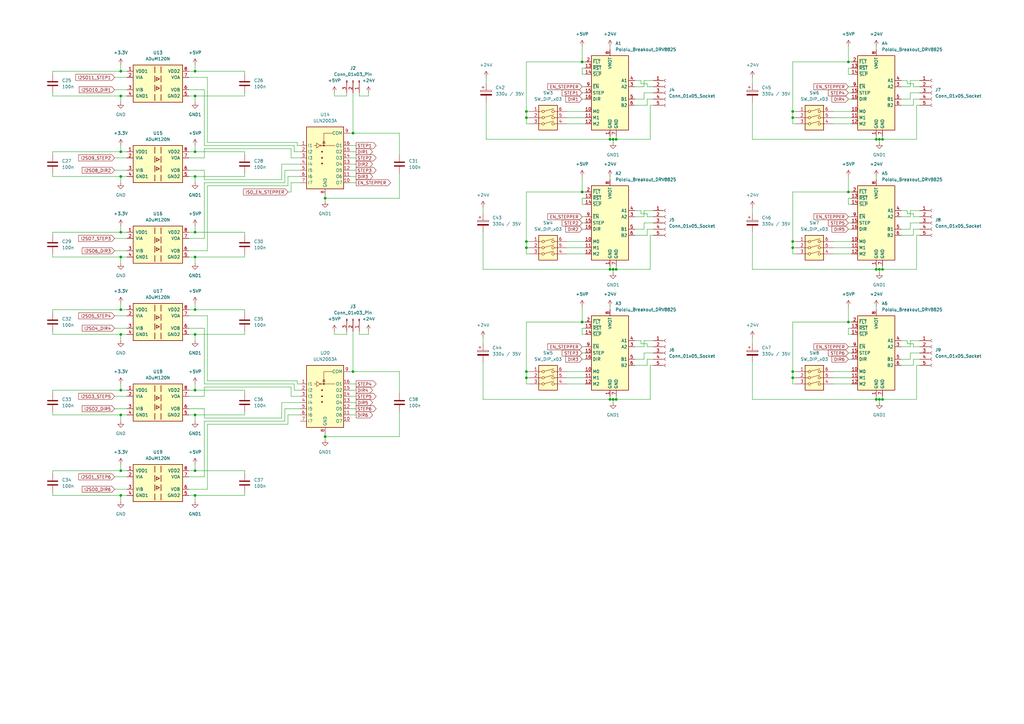
<source format=kicad_sch>
(kicad_sch (version 20230121) (generator eeschema)
  (paper "A3")
  (junction (at 144.78 54.61))
  (junction (at 215.9 154.94))
  (junction (at 80.01 29.21))
  (junction (at 238.76 78.74))
  (junction (at 250.19 110.49))
  (junction (at 238.76 132.08))
  (junction (at 250.19 57.15))
  (junction (at 360.68 110.49))
  (junction (at 49.53 137.16))
  (junction (at 49.53 72.39))
  (junction (at 49.53 193.04))
  (junction (at 80.01 39.37))
  (junction (at 250.19 163.83))
  (junction (at 49.53 105.41))
  (junction (at 144.78 152.4))
  (junction (at 49.53 95.25))
  (junction (at 359.41 163.83))
  (junction (at 49.53 39.37))
  (junction (at 49.53 62.23))
  (junction (at 347.98 78.74))
  (junction (at 252.73 57.15))
  (junction (at 80.01 62.23))
  (junction (at 347.98 25.4))
  (junction (at 80.01 137.16))
  (junction (at 360.68 57.15))
  (junction (at 252.73 163.83))
  (junction (at 80.01 95.25))
  (junction (at 325.12 48.26))
  (junction (at 361.95 163.83))
  (junction (at 215.9 152.4))
  (junction (at 252.73 110.49))
  (junction (at 80.01 72.39))
  (junction (at 360.68 163.83))
  (junction (at 80.01 170.18))
  (junction (at 361.95 110.49))
  (junction (at 238.76 25.4))
  (junction (at 325.12 101.6))
  (junction (at 80.01 105.41))
  (junction (at 49.53 29.21))
  (junction (at 49.53 160.02))
  (junction (at 325.12 154.94))
  (junction (at 359.41 110.49))
  (junction (at 251.46 163.83))
  (junction (at 251.46 110.49))
  (junction (at 133.35 179.07))
  (junction (at 80.01 127))
  (junction (at 325.12 45.72))
  (junction (at 49.53 127))
  (junction (at 215.9 48.26))
  (junction (at 80.01 193.04))
  (junction (at 215.9 101.6))
  (junction (at 133.35 81.28))
  (junction (at 49.53 203.2))
  (junction (at 49.53 170.18))
  (junction (at 215.9 99.06))
  (junction (at 325.12 152.4))
  (junction (at 215.9 45.72))
  (junction (at 251.46 57.15))
  (junction (at 359.41 57.15))
  (junction (at 347.98 132.08))
  (junction (at 80.01 203.2))
  (junction (at 80.01 160.02))
  (junction (at 361.95 57.15))
  (junction (at 325.12 99.06))
  (wire (pts (xy 240.03 30.48) (xy 238.76 30.48)))
  (wire (pts (xy 325.12 48.26) (xy 325.12 45.72)))
  (wire (pts (xy 375.92 110.49) (xy 361.95 110.49)))
  (wire (pts (xy 373.38 35.56) (xy 373.38 33.02)))
  (wire (pts (xy 267.97 147.32) (xy 265.43 147.32)))
  (wire (pts (xy 83.82 36.83) (xy 83.82 59.69)))
  (wire (pts (xy 80.01 203.2) (xy 100.33 203.2)))
  (wire (pts (xy 325.12 99.06) (xy 326.39 99.06)))
  (wire (pts (xy 325.12 104.14) (xy 325.12 101.6)))
  (wire (pts (xy 250.19 109.22) (xy 250.19 110.49)))
  (wire (pts (xy 361.95 162.56) (xy 361.95 163.83)))
  (wire (pts (xy 100.33 71.12) (xy 100.33 72.39)))
  (wire (pts (xy 80.01 95.25) (xy 100.33 95.25)))
  (wire (pts (xy 341.63 45.72) (xy 349.25 45.72)))
  (wire (pts (xy 144.78 38.1) (xy 144.78 54.61)))
  (wire (pts (xy 80.01 95.25) (xy 77.47 95.25)))
  (wire (pts (xy 163.83 54.61) (xy 144.78 54.61)))
  (wire (pts (xy 373.38 38.1) (xy 377.19 38.1)))
  (wire (pts (xy 143.51 170.18) (xy 146.05 170.18)))
  (wire (pts (xy 80.01 203.2) (xy 80.01 205.74)))
  (wire (pts (xy 100.33 194.31) (xy 100.33 193.04)))
  (wire (pts (xy 52.07 29.21) (xy 49.53 29.21)))
  (wire (pts (xy 238.76 35.56) (xy 240.03 35.56)))
  (wire (pts (xy 308.61 110.49) (xy 359.41 110.49)))
  (wire (pts (xy 326.39 157.48) (xy 325.12 157.48)))
  (wire (pts (xy 52.07 62.23) (xy 49.53 62.23)))
  (wire (pts (xy 49.53 203.2) (xy 52.07 203.2)))
  (wire (pts (xy 349.25 78.74) (xy 347.98 78.74)))
  (wire (pts (xy 151.13 39.37) (xy 151.13 38.1)))
  (wire (pts (xy 21.59 62.23) (xy 49.53 62.23)))
  (wire (pts (xy 372.11 87.63) (xy 374.65 87.63)))
  (wire (pts (xy 143.51 160.02) (xy 146.05 160.02)))
  (wire (pts (xy 341.63 50.8) (xy 349.25 50.8)))
  (wire (pts (xy 121.92 157.48) (xy 123.19 157.48)))
  (wire (pts (xy 238.76 91.44) (xy 240.03 91.44)))
  (wire (pts (xy 49.53 160.02) (xy 49.53 157.48)))
  (wire (pts (xy 375.92 163.83) (xy 361.95 163.83)))
  (wire (pts (xy 217.17 50.8) (xy 215.9 50.8)))
  (wire (pts (xy 347.98 83.82) (xy 347.98 81.28)))
  (wire (pts (xy 265.43 93.98) (xy 265.43 96.52)))
  (wire (pts (xy 77.47 105.41) (xy 80.01 105.41)))
  (wire (pts (xy 369.57 149.86) (xy 374.65 149.86)))
  (wire (pts (xy 137.16 39.37) (xy 137.16 38.1)))
  (wire (pts (xy 215.9 25.4) (xy 238.76 25.4)))
  (wire (pts (xy 80.01 59.69) (xy 80.01 62.23)))
  (wire (pts (xy 369.57 88.9) (xy 373.38 88.9)))
  (wire (pts (xy 77.47 203.2) (xy 80.01 203.2)))
  (wire (pts (xy 266.7 43.18) (xy 266.7 57.15)))
  (wire (pts (xy 100.33 168.91) (xy 100.33 170.18)))
  (wire (pts (xy 52.07 193.04) (xy 49.53 193.04)))
  (wire (pts (xy 137.16 137.16) (xy 137.16 135.89)))
  (wire (pts (xy 143.51 59.69) (xy 146.05 59.69)))
  (wire (pts (xy 119.38 74.93) (xy 123.19 74.93)))
  (wire (pts (xy 142.24 39.37) (xy 137.16 39.37)))
  (wire (pts (xy 215.9 132.08) (xy 238.76 132.08)))
  (wire (pts (xy 49.53 39.37) (xy 52.07 39.37)))
  (wire (pts (xy 215.9 48.26) (xy 215.9 45.72)))
  (wire (pts (xy 266.7 110.49) (xy 252.73 110.49)))
  (wire (pts (xy 360.68 110.49) (xy 360.68 111.76)))
  (wire (pts (xy 377.19 93.98) (xy 374.65 93.98)))
  (wire (pts (xy 349.25 137.16) (xy 347.98 137.16)))
  (wire (pts (xy 80.01 62.23) (xy 77.47 62.23)))
  (wire (pts (xy 341.63 154.94) (xy 349.25 154.94)))
  (wire (pts (xy 21.59 137.16) (xy 49.53 137.16)))
  (wire (pts (xy 77.47 200.66) (xy 85.09 200.66)))
  (wire (pts (xy 21.59 63.5) (xy 21.59 62.23)))
  (wire (pts (xy 347.98 147.32) (xy 349.25 147.32)))
  (wire (pts (xy 260.35 86.36) (xy 262.89 86.36)))
  (wire (pts (xy 143.51 74.93) (xy 146.05 74.93)))
  (wire (pts (xy 217.17 104.14) (xy 215.9 104.14)))
  (wire (pts (xy 147.32 39.37) (xy 151.13 39.37)))
  (wire (pts (xy 267.97 40.64) (xy 265.43 40.64)))
  (wire (pts (xy 215.9 45.72) (xy 215.9 25.4)))
  (wire (pts (xy 347.98 81.28) (xy 349.25 81.28)))
  (wire (pts (xy 251.46 57.15) (xy 252.73 57.15)))
  (wire (pts (xy 359.41 163.83) (xy 360.68 163.83)))
  (wire (pts (xy 250.19 110.49) (xy 251.46 110.49)))
  (wire (pts (xy 372.11 34.29) (xy 374.65 34.29)))
  (wire (pts (xy 21.59 127) (xy 49.53 127)))
  (wire (pts (xy 238.76 19.05) (xy 238.76 25.4)))
  (wire (pts (xy 374.65 93.98) (xy 374.65 96.52)))
  (wire (pts (xy 49.53 105.41) (xy 52.07 105.41)))
  (wire (pts (xy 147.32 137.16) (xy 151.13 137.16)))
  (wire (pts (xy 341.63 152.4) (xy 349.25 152.4)))
  (wire (pts (xy 369.57 96.52) (xy 374.65 96.52)))
  (wire (pts (xy 46.99 129.54) (xy 52.07 129.54)))
  (wire (pts (xy 52.07 160.02) (xy 49.53 160.02)))
  (wire (pts (xy 238.76 81.28) (xy 240.03 81.28)))
  (wire (pts (xy 325.12 25.4) (xy 347.98 25.4)))
  (wire (pts (xy 266.7 96.52) (xy 266.7 110.49)))
  (wire (pts (xy 360.68 163.83) (xy 360.68 165.1)))
  (wire (pts (xy 77.47 36.83) (xy 83.82 36.83)))
  (wire (pts (xy 238.76 93.98) (xy 240.03 93.98)))
  (wire (pts (xy 85.09 58.42) (xy 121.92 58.42)))
  (wire (pts (xy 251.46 110.49) (xy 251.46 111.76)))
  (wire (pts (xy 115.57 171.45) (xy 115.57 165.1)))
  (wire (pts (xy 85.09 156.21) (xy 121.92 156.21)))
  (wire (pts (xy 163.83 168.91) (xy 163.83 179.07)))
  (wire (pts (xy 119.38 162.56) (xy 123.19 162.56)))
  (wire (pts (xy 163.83 161.29) (xy 163.83 152.4)))
  (wire (pts (xy 77.47 137.16) (xy 80.01 137.16)))
  (wire (pts (xy 265.43 40.64) (xy 265.43 43.18)))
  (wire (pts (xy 325.12 157.48) (xy 325.12 154.94)))
  (wire (pts (xy 49.53 72.39) (xy 49.53 74.93)))
  (wire (pts (xy 100.33 104.14) (xy 100.33 105.41)))
  (wire (pts (xy 80.01 105.41) (xy 80.01 107.95)))
  (wire (pts (xy 21.59 30.48) (xy 21.59 29.21)))
  (wire (pts (xy 347.98 30.48) (xy 347.98 27.94)))
  (wire (pts (xy 264.16 86.36) (xy 267.97 86.36)))
  (wire (pts (xy 240.03 137.16) (xy 238.76 137.16)))
  (wire (pts (xy 120.65 59.69) (xy 120.65 62.23)))
  (wire (pts (xy 100.33 161.29) (xy 100.33 160.02)))
  (wire (pts (xy 347.98 35.56) (xy 349.25 35.56)))
  (wire (pts (xy 260.35 35.56) (xy 264.16 35.56)))
  (wire (pts (xy 119.38 158.75) (xy 119.38 162.56)))
  (wire (pts (xy 143.51 62.23) (xy 146.05 62.23)))
  (wire (pts (xy 232.41 99.06) (xy 240.03 99.06)))
  (wire (pts (xy 325.12 154.94) (xy 326.39 154.94)))
  (wire (pts (xy 373.38 33.02) (xy 377.19 33.02)))
  (wire (pts (xy 83.82 162.56) (xy 83.82 158.75)))
  (wire (pts (xy 143.51 165.1) (xy 146.05 165.1)))
  (wire (pts (xy 374.65 40.64) (xy 374.65 43.18)))
  (wire (pts (xy 77.47 170.18) (xy 80.01 170.18)))
  (wire (pts (xy 163.83 152.4) (xy 144.78 152.4)))
  (wire (pts (xy 80.01 160.02) (xy 77.47 160.02)))
  (wire (pts (xy 143.51 162.56) (xy 146.05 162.56)))
  (wire (pts (xy 49.53 137.16) (xy 49.53 139.7)))
  (wire (pts (xy 21.59 193.04) (xy 49.53 193.04)))
  (wire (pts (xy 21.59 96.52) (xy 21.59 95.25)))
  (wire (pts (xy 142.24 137.16) (xy 137.16 137.16)))
  (wire (pts (xy 115.57 73.66) (xy 115.57 67.31)))
  (wire (pts (xy 374.65 140.97) (xy 374.65 142.24)))
  (wire (pts (xy 143.51 69.85) (xy 146.05 69.85)))
  (wire (pts (xy 215.9 50.8) (xy 215.9 48.26)))
  (wire (pts (xy 21.59 160.02) (xy 49.53 160.02)))
  (wire (pts (xy 267.97 149.86) (xy 266.7 149.86)))
  (wire (pts (xy 238.76 134.62) (xy 240.03 134.62)))
  (wire (pts (xy 143.51 54.61) (xy 144.78 54.61)))
  (wire (pts (xy 265.43 147.32) (xy 265.43 149.86)))
  (wire (pts (xy 325.12 78.74) (xy 347.98 78.74)))
  (wire (pts (xy 251.46 57.15) (xy 251.46 58.42)))
  (wire (pts (xy 238.76 144.78) (xy 240.03 144.78)))
  (wire (pts (xy 369.57 35.56) (xy 373.38 35.56)))
  (wire (pts (xy 373.38 142.24) (xy 373.38 139.7)))
  (wire (pts (xy 77.47 129.54) (xy 85.09 129.54)))
  (wire (pts (xy 373.38 86.36) (xy 377.19 86.36)))
  (wire (pts (xy 264.16 139.7) (xy 267.97 139.7)))
  (wire (pts (xy 347.98 134.62) (xy 349.25 134.62)))
  (wire (pts (xy 266.7 163.83) (xy 252.73 163.83)))
  (wire (pts (xy 46.99 200.66) (xy 52.07 200.66)))
  (wire (pts (xy 369.57 33.02) (xy 372.11 33.02)))
  (wire (pts (xy 217.17 157.48) (xy 215.9 157.48)))
  (wire (pts (xy 262.89 33.02) (xy 262.89 34.29)))
  (wire (pts (xy 238.76 40.64) (xy 240.03 40.64)))
  (wire (pts (xy 238.76 30.48) (xy 238.76 27.94)))
  (wire (pts (xy 369.57 86.36) (xy 372.11 86.36)))
  (wire (pts (xy 251.46 163.83) (xy 252.73 163.83)))
  (wire (pts (xy 252.73 109.22) (xy 252.73 110.49)))
  (wire (pts (xy 21.59 168.91) (xy 21.59 170.18)))
  (wire (pts (xy 116.84 167.64) (xy 123.19 167.64)))
  (wire (pts (xy 264.16 35.56) (xy 264.16 33.02)))
  (wire (pts (xy 238.76 38.1) (xy 240.03 38.1)))
  (wire (pts (xy 83.82 59.69) (xy 120.65 59.69)))
  (wire (pts (xy 373.38 144.78) (xy 377.19 144.78)))
  (wire (pts (xy 49.53 127) (xy 49.53 124.46)))
  (wire (pts (xy 116.84 69.85) (xy 123.19 69.85)))
  (wire (pts (xy 232.41 157.48) (xy 240.03 157.48)))
  (wire (pts (xy 21.59 29.21) (xy 49.53 29.21)))
  (wire (pts (xy 21.59 203.2) (xy 49.53 203.2)))
  (wire (pts (xy 373.38 91.44) (xy 377.19 91.44)))
  (wire (pts (xy 121.92 58.42) (xy 121.92 59.69)))
  (wire (pts (xy 308.61 95.25) (xy 308.61 110.49)))
  (wire (pts (xy 341.63 99.06) (xy 349.25 99.06)))
  (wire (pts (xy 325.12 132.08) (xy 347.98 132.08)))
  (wire (pts (xy 119.38 64.77) (xy 123.19 64.77)))
  (wire (pts (xy 133.35 180.34) (xy 133.35 179.07)))
  (wire (pts (xy 46.99 134.62) (xy 52.07 134.62)))
  (wire (pts (xy 377.19 43.18) (xy 375.92 43.18)))
  (wire (pts (xy 359.41 57.15) (xy 360.68 57.15)))
  (wire (pts (xy 83.82 171.45) (xy 115.57 171.45)))
  (wire (pts (xy 361.95 55.88) (xy 361.95 57.15)))
  (wire (pts (xy 260.35 43.18) (xy 265.43 43.18)))
  (wire (pts (xy 100.33 135.89) (xy 100.33 137.16)))
  (wire (pts (xy 85.09 200.66) (xy 85.09 173.99)))
  (wire (pts (xy 325.12 152.4) (xy 325.12 132.08)))
  (wire (pts (xy 118.11 72.39) (xy 123.19 72.39)))
  (wire (pts (xy 240.03 83.82) (xy 238.76 83.82)))
  (wire (pts (xy 369.57 142.24) (xy 373.38 142.24)))
  (wire (pts (xy 143.51 167.64) (xy 146.05 167.64)))
  (wire (pts (xy 260.35 40.64) (xy 264.16 40.64)))
  (wire (pts (xy 77.47 97.79) (xy 83.82 97.79)))
  (wire (pts (xy 252.73 162.56) (xy 252.73 163.83)))
  (wire (pts (xy 83.82 158.75) (xy 119.38 158.75)))
  (wire (pts (xy 83.82 73.66) (xy 115.57 73.66)))
  (wire (pts (xy 215.9 78.74) (xy 238.76 78.74)))
  (wire (pts (xy 198.12 110.49) (xy 250.19 110.49)))
  (wire (pts (xy 46.99 36.83) (xy 52.07 36.83)))
  (wire (pts (xy 77.47 31.75) (xy 85.09 31.75)))
  (wire (pts (xy 308.61 31.75) (xy 308.61 34.29)))
  (wire (pts (xy 215.9 104.14) (xy 215.9 101.6)))
  (wire (pts (xy 83.82 97.79) (xy 83.82 74.93)))
  (wire (pts (xy 308.61 57.15) (xy 359.41 57.15)))
  (wire (pts (xy 265.43 140.97) (xy 265.43 142.24)))
  (wire (pts (xy 264.16 33.02) (xy 267.97 33.02)))
  (wire (pts (xy 359.41 125.73) (xy 359.41 127)))
  (wire (pts (xy 46.99 97.79) (xy 52.07 97.79)))
  (wire (pts (xy 215.9 45.72) (xy 217.17 45.72)))
  (wire (pts (xy 120.65 157.48) (xy 120.65 160.02)))
  (wire (pts (xy 80.01 26.67) (xy 80.01 29.21)))
  (wire (pts (xy 361.95 109.22) (xy 361.95 110.49)))
  (wire (pts (xy 199.39 41.91) (xy 199.39 57.15)))
  (wire (pts (xy 198.12 138.43) (xy 198.12 140.97)))
  (wire (pts (xy 142.24 135.89) (xy 142.24 137.16)))
  (wire (pts (xy 116.84 74.93) (xy 116.84 69.85)))
  (wire (pts (xy 265.43 87.63) (xy 265.43 88.9)))
  (wire (pts (xy 199.39 31.75) (xy 199.39 34.29)))
  (wire (pts (xy 369.57 147.32) (xy 373.38 147.32)))
  (wire (pts (xy 121.92 59.69) (xy 123.19 59.69)))
  (wire (pts (xy 83.82 134.62) (xy 83.82 157.48)))
  (wire (pts (xy 52.07 127) (xy 49.53 127)))
  (wire (pts (xy 250.19 72.39) (xy 250.19 73.66)))
  (wire (pts (xy 80.01 39.37) (xy 100.33 39.37)))
  (wire (pts (xy 119.38 60.96) (xy 119.38 64.77)))
  (wire (pts (xy 80.01 127) (xy 100.33 127)))
  (wire (pts (xy 83.82 157.48) (xy 120.65 157.48)))
  (wire (pts (xy 260.35 33.02) (xy 262.89 33.02)))
  (wire (pts (xy 21.59 161.29) (xy 21.59 160.02)))
  (wire (pts (xy 49.53 72.39) (xy 52.07 72.39)))
  (wire (pts (xy 373.38 93.98) (xy 373.38 91.44)))
  (wire (pts (xy 373.38 147.32) (xy 373.38 144.78)))
  (wire (pts (xy 100.33 96.52) (xy 100.33 95.25)))
  (wire (pts (xy 83.82 74.93) (xy 116.84 74.93)))
  (wire (pts (xy 262.89 34.29) (xy 265.43 34.29)))
  (wire (pts (xy 52.07 95.25) (xy 49.53 95.25)))
  (wire (pts (xy 238.76 27.94) (xy 240.03 27.94)))
  (wire (pts (xy 163.83 63.5) (xy 163.83 54.61)))
  (wire (pts (xy 359.41 72.39) (xy 359.41 73.66)))
  (wire (pts (xy 349.25 132.08) (xy 347.98 132.08)))
  (wire (pts (xy 21.59 170.18) (xy 49.53 170.18)))
  (wire (pts (xy 265.43 88.9) (xy 267.97 88.9)))
  (wire (pts (xy 375.92 96.52) (xy 375.92 110.49)))
  (wire (pts (xy 232.41 104.14) (xy 240.03 104.14)))
  (wire (pts (xy 325.12 152.4) (xy 326.39 152.4)))
  (wire (pts (xy 49.53 170.18) (xy 49.53 172.72)))
  (wire (pts (xy 264.16 91.44) (xy 267.97 91.44)))
  (wire (pts (xy 121.92 156.21) (xy 121.92 157.48)))
  (wire (pts (xy 325.12 48.26) (xy 326.39 48.26)))
  (wire (pts (xy 83.82 60.96) (xy 119.38 60.96)))
  (wire (pts (xy 147.32 38.1) (xy 147.32 39.37)))
  (wire (pts (xy 369.57 40.64) (xy 373.38 40.64)))
  (wire (pts (xy 80.01 72.39) (xy 100.33 72.39)))
  (wire (pts (xy 85.09 102.87) (xy 85.09 76.2)))
  (wire (pts (xy 21.59 104.14) (xy 21.59 105.41)))
  (wire (pts (xy 308.61 138.43) (xy 308.61 140.97)))
  (wire (pts (xy 341.63 101.6) (xy 349.25 101.6)))
  (wire (pts (xy 118.11 173.99) (xy 118.11 170.18)))
  (wire (pts (xy 372.11 33.02) (xy 372.11 34.29)))
  (wire (pts (xy 215.9 157.48) (xy 215.9 154.94)))
  (wire (pts (xy 80.01 170.18) (xy 80.01 172.72)))
  (wire (pts (xy 372.11 140.97) (xy 374.65 140.97)))
  (wire (pts (xy 77.47 195.58) (xy 83.82 195.58)))
  (wire (pts (xy 374.65 34.29) (xy 374.65 35.56)))
  (wire (pts (xy 265.43 35.56) (xy 267.97 35.56)))
  (wire (pts (xy 250.19 57.15) (xy 251.46 57.15)))
  (wire (pts (xy 360.68 57.15) (xy 361.95 57.15)))
  (wire (pts (xy 49.53 95.25) (xy 49.53 92.71)))
  (wire (pts (xy 374.65 88.9) (xy 377.19 88.9)))
  (wire (pts (xy 308.61 41.91) (xy 308.61 57.15)))
  (wire (pts (xy 260.35 96.52) (xy 265.43 96.52)))
  (wire (pts (xy 80.01 29.21) (xy 77.47 29.21)))
  (wire (pts (xy 143.51 64.77) (xy 146.05 64.77)))
  (wire (pts (xy 359.41 110.49) (xy 360.68 110.49)))
  (wire (pts (xy 360.68 110.49) (xy 361.95 110.49)))
  (wire (pts (xy 369.57 43.18) (xy 374.65 43.18)))
  (wire (pts (xy 142.24 38.1) (xy 142.24 39.37)))
  (wire (pts (xy 260.35 93.98) (xy 264.16 93.98)))
  (wire (pts (xy 238.76 125.73) (xy 238.76 132.08)))
  (wire (pts (xy 359.41 55.88) (xy 359.41 57.15)))
  (wire (pts (xy 80.01 72.39) (xy 80.01 74.93)))
  (wire (pts (xy 262.89 86.36) (xy 262.89 87.63)))
  (wire (pts (xy 267.97 43.18) (xy 266.7 43.18)))
  (wire (pts (xy 264.16 93.98) (xy 264.16 91.44)))
  (wire (pts (xy 118.11 170.18) (xy 123.19 170.18)))
  (wire (pts (xy 250.19 162.56) (xy 250.19 163.83)))
  (wire (pts (xy 359.41 19.05) (xy 359.41 20.32)))
  (wire (pts (xy 260.35 147.32) (xy 264.16 147.32)))
  (wire (pts (xy 100.33 38.1) (xy 100.33 39.37)))
  (wire (pts (xy 77.47 102.87) (xy 85.09 102.87)))
  (wire (pts (xy 46.99 69.85) (xy 52.07 69.85)))
  (wire (pts (xy 308.61 85.09) (xy 308.61 87.63)))
  (wire (pts (xy 83.82 167.64) (xy 83.82 171.45)))
  (wire (pts (xy 100.33 63.5) (xy 100.33 62.23)))
  (wire (pts (xy 260.35 149.86) (xy 265.43 149.86)))
  (wire (pts (xy 250.19 163.83) (xy 251.46 163.83)))
  (wire (pts (xy 377.19 96.52) (xy 375.92 96.52)))
  (wire (pts (xy 80.01 105.41) (xy 100.33 105.41)))
  (wire (pts (xy 80.01 127) (xy 77.47 127)))
  (wire (pts (xy 215.9 99.06) (xy 215.9 78.74)))
  (wire (pts (xy 325.12 154.94) (xy 325.12 152.4)))
  (wire (pts (xy 21.59 71.12) (xy 21.59 72.39)))
  (wire (pts (xy 375.92 57.15) (xy 361.95 57.15)))
  (wire (pts (xy 325.12 101.6) (xy 326.39 101.6)))
  (wire (pts (xy 85.09 76.2) (xy 118.11 76.2)))
  (wire (pts (xy 260.35 142.24) (xy 264.16 142.24)))
  (wire (pts (xy 80.01 137.16) (xy 80.01 139.7)))
  (wire (pts (xy 77.47 162.56) (xy 83.82 162.56)))
  (wire (pts (xy 377.19 40.64) (xy 374.65 40.64)))
  (wire (pts (xy 49.53 193.04) (xy 49.53 190.5)))
  (wire (pts (xy 373.38 139.7) (xy 377.19 139.7)))
  (wire (pts (xy 133.35 82.55) (xy 133.35 81.28)))
  (wire (pts (xy 80.01 160.02) (xy 100.33 160.02)))
  (wire (pts (xy 46.99 195.58) (xy 52.07 195.58)))
  (wire (pts (xy 85.09 173.99) (xy 118.11 173.99)))
  (wire (pts (xy 49.53 137.16) (xy 52.07 137.16)))
  (wire (pts (xy 377.19 147.32) (xy 374.65 147.32)))
  (wire (pts (xy 252.73 55.88) (xy 252.73 57.15)))
  (wire (pts (xy 232.41 48.26) (xy 240.03 48.26)))
  (wire (pts (xy 143.51 72.39) (xy 146.05 72.39)))
  (wire (pts (xy 250.19 55.88) (xy 250.19 57.15)))
  (wire (pts (xy 349.25 25.4) (xy 347.98 25.4)))
  (wire (pts (xy 262.89 87.63) (xy 265.43 87.63)))
  (wire (pts (xy 374.65 87.63) (xy 374.65 88.9)))
  (wire (pts (xy 215.9 101.6) (xy 215.9 99.06)))
  (wire (pts (xy 260.35 139.7) (xy 262.89 139.7)))
  (wire (pts (xy 240.03 132.08) (xy 238.76 132.08)))
  (wire (pts (xy 264.16 88.9) (xy 264.16 86.36)))
  (wire (pts (xy 118.11 78.74) (xy 119.38 78.74)))
  (wire (pts (xy 80.01 92.71) (xy 80.01 95.25)))
  (wire (pts (xy 49.53 39.37) (xy 49.53 41.91)))
  (wire (pts (xy 232.41 50.8) (xy 240.03 50.8)))
  (wire (pts (xy 215.9 154.94) (xy 217.17 154.94)))
  (wire (pts (xy 232.41 154.94) (xy 240.03 154.94)))
  (wire (pts (xy 143.51 157.48) (xy 146.05 157.48)))
  (wire (pts (xy 80.01 137.16) (xy 100.33 137.16)))
  (wire (pts (xy 49.53 29.21) (xy 49.53 26.67)))
  (wire (pts (xy 347.98 137.16) (xy 347.98 134.62)))
  (wire (pts (xy 374.65 35.56) (xy 377.19 35.56)))
  (wire (pts (xy 238.76 72.39) (xy 238.76 78.74)))
  (wire (pts (xy 264.16 38.1) (xy 267.97 38.1)))
  (wire (pts (xy 347.98 88.9) (xy 349.25 88.9)))
  (wire (pts (xy 80.01 157.48) (xy 80.01 160.02)))
  (wire (pts (xy 115.57 67.31) (xy 123.19 67.31)))
  (wire (pts (xy 325.12 45.72) (xy 325.12 25.4)))
  (wire (pts (xy 349.25 83.82) (xy 347.98 83.82)))
  (wire (pts (xy 46.99 167.64) (xy 52.07 167.64)))
  (wire (pts (xy 266.7 149.86) (xy 266.7 163.83)))
  (wire (pts (xy 21.59 128.27) (xy 21.59 127)))
  (wire (pts (xy 21.59 201.93) (xy 21.59 203.2)))
  (wire (pts (xy 163.83 71.12) (xy 163.83 81.28)))
  (wire (pts (xy 49.53 62.23) (xy 49.53 59.69)))
  (wire (pts (xy 326.39 50.8) (xy 325.12 50.8)))
  (wire (pts (xy 116.84 172.72) (xy 116.84 167.64)))
  (wire (pts (xy 347.98 93.98) (xy 349.25 93.98)))
  (wire (pts (xy 77.47 39.37) (xy 80.01 39.37)))
  (wire (pts (xy 347.98 142.24) (xy 349.25 142.24)))
  (wire (pts (xy 21.59 72.39) (xy 49.53 72.39)))
  (wire (pts (xy 77.47 167.64) (xy 83.82 167.64)))
  (wire (pts (xy 21.59 39.37) (xy 49.53 39.37)))
  (wire (pts (xy 374.65 147.32) (xy 374.65 149.86)))
  (wire (pts (xy 238.76 137.16) (xy 238.76 134.62)))
  (wire (pts (xy 163.83 179.07) (xy 133.35 179.07)))
  (wire (pts (xy 21.59 95.25) (xy 49.53 95.25)))
  (wire (pts (xy 349.25 30.48) (xy 347.98 30.48)))
  (wire (pts (xy 238.76 142.24) (xy 240.03 142.24)))
  (wire (pts (xy 21.59 194.31) (xy 21.59 193.04)))
  (wire (pts (xy 373.38 40.64) (xy 373.38 38.1)))
  (wire (pts (xy 250.19 19.05) (xy 250.19 20.32)))
  (wire (pts (xy 163.83 81.28) (xy 133.35 81.28)))
  (wire (pts (xy 308.61 163.83) (xy 359.41 163.83)))
  (wire (pts (xy 115.57 165.1) (xy 123.19 165.1)))
  (wire (pts (xy 215.9 99.06) (xy 217.17 99.06)))
  (wire (pts (xy 265.43 34.29) (xy 265.43 35.56)))
  (wire (pts (xy 377.19 149.86) (xy 375.92 149.86)))
  (wire (pts (xy 46.99 31.75) (xy 52.07 31.75)))
  (wire (pts (xy 49.53 203.2) (xy 49.53 205.74)))
  (wire (pts (xy 119.38 78.74) (xy 119.38 74.93)))
  (wire (pts (xy 264.16 142.24) (xy 264.16 139.7)))
  (wire (pts (xy 264.16 40.64) (xy 264.16 38.1)))
  (wire (pts (xy 326.39 104.14) (xy 325.12 104.14)))
  (wire (pts (xy 260.35 88.9) (xy 264.16 88.9)))
  (wire (pts (xy 251.46 110.49) (xy 252.73 110.49)))
  (wire (pts (xy 359.41 162.56) (xy 359.41 163.83)))
  (wire (pts (xy 21.59 38.1) (xy 21.59 39.37)))
  (wire (pts (xy 80.01 190.5) (xy 80.01 193.04)))
  (wire (pts (xy 144.78 135.89) (xy 144.78 152.4)))
  (wire (pts (xy 372.11 139.7) (xy 372.11 140.97)))
  (wire (pts (xy 325.12 99.06) (xy 325.12 78.74)))
  (wire (pts (xy 198.12 148.59) (xy 198.12 163.83)))
  (wire (pts (xy 85.09 129.54) (xy 85.09 156.21)))
  (wire (pts (xy 80.01 193.04) (xy 77.47 193.04)))
  (wire (pts (xy 359.41 109.22) (xy 359.41 110.49)))
  (wire (pts (xy 143.51 67.31) (xy 146.05 67.31)))
  (wire (pts (xy 238.76 147.32) (xy 240.03 147.32)))
  (wire (pts (xy 238.76 83.82) (xy 238.76 81.28)))
  (wire (pts (xy 347.98 72.39) (xy 347.98 78.74)))
  (wire (pts (xy 83.82 195.58) (xy 83.82 172.72)))
  (wire (pts (xy 373.38 88.9) (xy 373.38 86.36)))
  (wire (pts (xy 308.61 148.59) (xy 308.61 163.83)))
  (wire (pts (xy 360.68 57.15) (xy 360.68 58.42)))
  (wire (pts (xy 100.33 30.48) (xy 100.33 29.21)))
  (wire (pts (xy 264.16 147.32) (xy 264.16 144.78)))
  (wire (pts (xy 120.65 62.23) (xy 123.19 62.23)))
  (wire (pts (xy 341.63 48.26) (xy 349.25 48.26)))
  (wire (pts (xy 80.01 193.04) (xy 100.33 193.04)))
  (wire (pts (xy 100.33 128.27) (xy 100.33 127)))
  (wire (pts (xy 80.01 29.21) (xy 100.33 29.21)))
  (wire (pts (xy 80.01 170.18) (xy 100.33 170.18)))
  (wire (pts (xy 77.47 64.77) (xy 83.82 64.77)))
  (wire (pts (xy 143.51 152.4) (xy 144.78 152.4)))
  (wire (pts (xy 77.47 134.62) (xy 83.82 134.62)))
  (wire (pts (xy 374.65 142.24) (xy 377.19 142.24)))
  (wire (pts (xy 21.59 135.89) (xy 21.59 137.16)))
  (wire (pts (xy 46.99 162.56) (xy 52.07 162.56)))
  (wire (pts (xy 120.65 160.02) (xy 123.19 160.02)))
  (wire (pts (xy 240.03 25.4) (xy 238.76 25.4)))
  (wire (pts (xy 215.9 152.4) (xy 215.9 132.08)))
  (wire (pts (xy 83.82 172.72) (xy 116.84 172.72)))
  (wire (pts (xy 325.12 101.6) (xy 325.12 99.06)))
  (wire (pts (xy 369.57 139.7) (xy 372.11 139.7)))
  (wire (pts (xy 262.89 140.97) (xy 265.43 140.97)))
  (wire (pts (xy 100.33 201.93) (xy 100.33 203.2)))
  (wire (pts (xy 262.89 139.7) (xy 262.89 140.97)))
  (wire (pts (xy 341.63 104.14) (xy 349.25 104.14)))
  (wire (pts (xy 198.12 163.83) (xy 250.19 163.83)))
  (wire (pts (xy 85.09 31.75) (xy 85.09 58.42)))
  (wire (pts (xy 215.9 101.6) (xy 217.17 101.6)))
  (wire (pts (xy 215.9 154.94) (xy 215.9 152.4)))
  (wire (pts (xy 347.98 40.64) (xy 349.25 40.64)))
  (wire (pts (xy 21.59 105.41) (xy 49.53 105.41)))
  (wire (pts (xy 199.39 57.15) (xy 250.19 57.15)))
  (wire (pts (xy 360.68 163.83) (xy 361.95 163.83)))
  (wire (pts (xy 267.97 96.52) (xy 266.7 96.52)))
  (wire (pts (xy 251.46 163.83) (xy 251.46 165.1)))
  (wire (pts (xy 232.41 101.6) (xy 240.03 101.6)))
  (wire (pts (xy 49.53 170.18) (xy 52.07 170.18)))
  (wire (pts (xy 375.92 43.18) (xy 375.92 57.15)))
  (wire (pts (xy 83.82 64.77) (xy 83.82 60.96)))
  (wire (pts (xy 147.32 135.89) (xy 147.32 137.16)))
  (wire (pts (xy 80.01 39.37) (xy 80.01 41.91)))
  (wire (pts (xy 151.13 137.16) (xy 151.13 135.89)))
  (wire (pts (xy 325.12 50.8) (xy 325.12 48.26)))
  (wire (pts (xy 250.19 125.73) (xy 250.19 127)))
  (wire (pts (xy 118.11 76.2) (xy 118.11 72.39)))
  (wire (pts (xy 80.01 124.46) (xy 80.01 127)))
  (wire (pts (xy 83.82 69.85) (xy 83.82 73.66)))
  (wire (pts (xy 347.98 144.78) (xy 349.25 144.78)))
  (wire (pts (xy 215.9 48.26) (xy 217.17 48.26)))
  (wire (pts (xy 232.41 45.72) (xy 240.03 45.72)))
  (wire (pts (xy 267.97 93.98) (xy 265.43 93.98)))
  (wire (pts (xy 49.53 105.41) (xy 49.53 107.95)))
  (wire (pts (xy 369.57 93.98) (xy 373.38 93.98)))
  (wire (pts (xy 215.9 152.4) (xy 217.17 152.4)))
  (wire (pts (xy 46.99 64.77) (xy 52.07 64.77)))
  (wire (pts (xy 238.76 88.9) (xy 240.03 88.9)))
  (wire (pts (xy 46.99 102.87) (xy 52.07 102.87)))
  (wire (pts (xy 347.98 27.94) (xy 349.25 27.94)))
  (wire (pts (xy 347.98 19.05) (xy 347.98 25.4)))
  (wire (pts (xy 232.41 152.4) (xy 240.03 152.4)))
  (wire (pts (xy 77.47 69.85) (xy 83.82 69.85)))
  (wire (pts (xy 265.43 142.24) (xy 267.97 142.24)))
  (wire (pts (xy 347.98 38.1) (xy 349.25 38.1)))
  (wire (pts (xy 80.01 62.23) (xy 100.33 62.23)))
  (wire (pts (xy 198.12 85.09) (xy 198.12 87.63)))
  (wire (pts (xy 325.12 45.72) (xy 326.39 45.72)))
  (wire (pts (xy 372.11 86.36) (xy 372.11 87.63)))
  (wire (pts (xy 375.92 149.86) (xy 375.92 163.83)))
  (wire (pts (xy 240.03 78.74) (xy 238.76 78.74)))
  (wire (pts (xy 266.7 57.15) (xy 252.73 57.15)))
  (wire (pts (xy 133.35 177.8) (xy 133.35 179.07)))
  (wire (pts (xy 347.98 91.44) (xy 349.25 91.44)))
  (wire (pts (xy 133.35 80.01) (xy 133.35 81.28)))
  (wire (pts (xy 198.12 95.25) (xy 198.12 110.49)))
  (wire (pts (xy 77.47 72.39) (xy 80.01 72.39)))
  (wire (pts (xy 347.98 125.73) (xy 347.98 132.08)))
  (wire (pts (xy 264.16 144.78) (xy 267.97 144.78)))
  (wire (pts (xy 341.63 157.48) (xy 349.25 157.48)))
  (global_label "STEP4" (shape output) (at 146.05 157.48 0) (property "Intersheetrefs" "${INTERSHEET_REFS}" (effects hide)))
  (global_label "I2SO0_DIR6" (shape input) (at 46.99 200.66 180) (property "Intersheetrefs" "${INTERSHEET_REFS}" (effects hide)))
  (global_label "DIR5" (shape output) (at 146.05 165.1 0) (property "Intersheetrefs" "${INTERSHEET_REFS}" (effects hide)))
  (global_label "STEP5" (shape input) (at 347.98 91.44 180) (property "Intersheetrefs" "${INTERSHEET_REFS}" (effects hide)))
  (global_label "I2SO2_DIR5" (shape input) (at 46.99 167.64 180) (property "Intersheetrefs" "${INTERSHEET_REFS}" (effects hide)))
  (global_label "EN_STEPPER" (shape input) (at 238.76 142.24 180) (property "Intersheetrefs" "${INTERSHEET_REFS}" (effects hide)))
  (global_label "DIR1" (shape output) (at 146.05 62.23 0) (property "Intersheetrefs" "${INTERSHEET_REFS}" (effects hide)))
  (global_label "I2SO8_DIR2" (shape input) (at 46.99 69.85 180) (property "Intersheetrefs" "${INTERSHEET_REFS}" (effects hide)))
  (global_label "I2SO1_STEP6" (shape input) (at 46.99 195.58 180) (property "Intersheetrefs" "${INTERSHEET_REFS}" (effects hide)))
  (global_label "DIR2" (shape input) (at 238.76 93.98 180) (property "Intersheetrefs" "${INTERSHEET_REFS}" (effects hide)))
  (global_label "STEP4" (shape input) (at 347.98 38.1 180) (property "Intersheetrefs" "${INTERSHEET_REFS}" (effects hide)))
  (global_label "STEP6" (shape output) (at 146.05 167.64 0) (property "Intersheetrefs" "${INTERSHEET_REFS}" (effects hide)))
  (global_label "EN_STEPPER" (shape input) (at 238.76 88.9 180) (property "Intersheetrefs" "${INTERSHEET_REFS}" (effects hide)))
  (global_label "EN_STEPPER" (shape input) (at 238.76 35.56 180) (property "Intersheetrefs" "${INTERSHEET_REFS}" (effects hide)))
  (global_label "STEP3" (shape output) (at 146.05 69.85 0) (property "Intersheetrefs" "${INTERSHEET_REFS}" (effects hide)))
  (global_label "I2SO4_DIR4" (shape input) (at 46.99 134.62 180) (property "Intersheetrefs" "${INTERSHEET_REFS}" (effects hide)))
  (global_label "I2SO5_STEP4" (shape input) (at 46.99 129.54 180) (property "Intersheetrefs" "${INTERSHEET_REFS}" (effects hide)))
  (global_label "DIR3" (shape input) (at 238.76 147.32 180) (property "Intersheetrefs" "${INTERSHEET_REFS}" (effects hide)))
  (global_label "DIR3" (shape output) (at 146.05 72.39 0) (property "Intersheetrefs" "${INTERSHEET_REFS}" (effects hide)))
  (global_label "EN_STEPPER" (shape input) (at 347.98 88.9 180) (property "Intersheetrefs" "${INTERSHEET_REFS}" (effects hide)))
  (global_label "DIR5" (shape input) (at 347.98 93.98 180) (property "Intersheetrefs" "${INTERSHEET_REFS}" (effects hide)))
  (global_label "EN_STEPPER" (shape input) (at 347.98 142.24 180) (property "Intersheetrefs" "${INTERSHEET_REFS}" (effects hide)))
  (global_label "STEP1" (shape input) (at 238.76 38.1 180) (property "Intersheetrefs" "${INTERSHEET_REFS}" (effects hide)))
  (global_label "DIR4" (shape output) (at 146.05 160.02 0) (property "Intersheetrefs" "${INTERSHEET_REFS}" (effects hide)))
  (global_label "EN_STEPPER" (shape output) (at 146.05 74.93 0) (property "Intersheetrefs" "${INTERSHEET_REFS}" (effects hide)))
  (global_label "ISO_EN_STEPPER" (shape input) (at 118.11 78.74 180) (property "Intersheetrefs" "${INTERSHEET_REFS}" (effects hide)))
  (global_label "STEP2" (shape input) (at 238.76 91.44 180) (property "Intersheetrefs" "${INTERSHEET_REFS}" (effects hide)))
  (global_label "STEP3" (shape input) (at 238.76 144.78 180) (property "Intersheetrefs" "${INTERSHEET_REFS}" (effects hide)))
  (global_label "I2SO6_DIR3" (shape input) (at 46.99 102.87 180) (property "Intersheetrefs" "${INTERSHEET_REFS}" (effects hide)))
  (global_label "I2SO11_STEP1" (shape input) (at 46.99 31.75 180) (property "Intersheetrefs" "${INTERSHEET_REFS}" (effects hide)))
  (global_label "I2SO9_STEP2" (shape input) (at 46.99 64.77 180) (property "Intersheetrefs" "${INTERSHEET_REFS}" (effects hide)))
  (global_label "STEP5" (shape output) (at 146.05 162.56 0) (property "Intersheetrefs" "${INTERSHEET_REFS}" (effects hide)))
  (global_label "STEP2" (shape output) (at 146.05 64.77 0) (property "Intersheetrefs" "${INTERSHEET_REFS}" (effects hide)))
  (global_label "DIR4" (shape input) (at 347.98 40.64 180) (property "Intersheetrefs" "${INTERSHEET_REFS}" (effects hide)))
  (global_label "DIR2" (shape output) (at 146.05 67.31 0) (property "Intersheetrefs" "${INTERSHEET_REFS}" (effects hide)))
  (global_label "DIR6" (shape output) (at 146.05 170.18 0) (property "Intersheetrefs" "${INTERSHEET_REFS}" (effects hide)))
  (global_label "STEP1" (shape output) (at 146.05 59.69 0) (property "Intersheetrefs" "${INTERSHEET_REFS}" (effects hide)))
  (global_label "EN_STEPPER" (shape input) (at 347.98 35.56 180) (property "Intersheetrefs" "${INTERSHEET_REFS}" (effects hide)))
  (global_label "STEP6" (shape input) (at 347.98 144.78 180) (property "Intersheetrefs" "${INTERSHEET_REFS}" (effects hide)))
  (global_label "I2SO10_DIR1" (shape input) (at 46.99 36.83 180) (property "Intersheetrefs" "${INTERSHEET_REFS}" (effects hide)))
  (global_label "I2SO3_STEP5" (shape input) (at 46.99 162.56 180) (property "Intersheetrefs" "${INTERSHEET_REFS}" (effects hide)))
  (global_label "DIR6" (shape input) (at 347.98 147.32 180) (property "Intersheetrefs" "${INTERSHEET_REFS}" (effects hide)))
  (global_label "DIR1" (shape input) (at 238.76 40.64 180) (property "Intersheetrefs" "${INTERSHEET_REFS}" (effects hide)))
  (global_label "I2SO7_STEP3" (shape input) (at 46.99 97.79 180) (property "Intersheetrefs" "${INTERSHEET_REFS}" (effects hide)))
  (symbol (lib_id "Device:C") (at 163.83 67.31 0) (unit 1)
    (property "Reference" "C31" (at 167.64 66.04 0) (effects (justify left)))
    (property "Value" "100n" (at 167.64 68.58 0) (effects (justify left)))
    (property "Footprint" "Capacitor_SMD:C_0603_1608Metric_Pad1.08x0.95mm_HandSolder" (effects hide))
  )
  (symbol (lib_id "power:GND1") (at 251.46 58.42 0) (unit 1)
    (property "Reference" "#PWR062" (effects hide))
    (property "Value" "GND1" (at 251.46 63.5 0))
  )
  (symbol (lib_id "power:+5VP") (at 238.76 125.73 0) (unit 1)
    (property "Reference" "#PWR066" (effects hide))
    (property "Value" "+5VP" (at 238.76 120.65 0))
  )
  (symbol (lib_id "Switch:SW_DIP_x03") (at 334.01 157.48 0) (unit 1)
    (property "Reference" "SW8" (at 334.01 144.78 0))
    (property "Value" "SW_DIP_x03" (at 334.01 147.32 0))
    (property "Footprint" "Package_DIP:DIP-6_W7.62mm_Socket_LongPads" (effects hide))
  )
  (symbol (lib_id "power:+24V") (at 308.61 31.75 0) (unit 1)
    (property "Reference" "#PWR081" (effects hide))
    (property "Value" "+24V" (at 308.61 26.67 0))
  )
  (symbol (lib_id "Driver_Motor:Pololu_Breakout_DRV8825") (at 250.19 88.9 0) (unit 1)
    (property "Reference" "A2" (at 252.3841 71.12 0) (effects (justify left)))
    (property "Value" "Pololu_Breakout_DRV8825" (at 252.3841 73.66 0) (effects (justify left)))
    (property "Footprint" "Module:Pololu_Breakout-16_15.2x20.3mm" (effects hide))
    (property "Datasheet" "https://www.pololu.com/product/2982" (effects hide))
  )
  (symbol (lib_id "Device:C") (at 21.59 132.08 0) (unit 1)
    (property "Reference" "C32" (at 25.4 130.81 0) (effects (justify left)))
    (property "Value" "100n" (at 25.4 133.35 0) (effects (justify left)))
    (property "Footprint" "Capacitor_SMD:C_0603_1608Metric_Pad1.08x0.95mm_HandSolder" (effects hide))
  )
  (symbol (lib_id "power:+24V") (at 198.12 138.43 0) (unit 1)
    (property "Reference" "#PWR080" (effects hide))
    (property "Value" "+24V" (at 198.12 133.35 0))
  )
  (symbol (lib_id "Connector:Conn_01x05_Socket") (at 273.05 38.1 0) (unit 1)
    (property "Reference" "J4" (at 274.32 36.83 0) (effects (justify left)))
    (property "Value" "Conn_01x05_Socket" (at 274.32 39.37 0) (effects (justify left)))
    (property "Footprint" "GioN_Custom:TerminalBlock_WAGO_236-405_1x05_P5.00mm_45Degree" (effects hide))
  )
  (symbol (lib_id "Device:C") (at 21.59 100.33 0) (unit 1)
    (property "Reference" "C29" (at 25.4 99.06 0) (effects (justify left)))
    (property "Value" "100n" (at 25.4 101.6 0) (effects (justify left)))
    (property "Footprint" "Capacitor_SMD:C_0603_1608Metric_Pad1.08x0.95mm_HandSolder" (effects hide))
  )
  (symbol (lib_id "power:+24V") (at 308.61 85.09 0) (unit 1)
    (property "Reference" "#PWR082" (effects hide))
    (property "Value" "+24V" (at 308.61 80.01 0))
  )
  (symbol (lib_id "Isolator:ADuM120N") (at 64.77 165.1 0) (unit 1)
    (property "Reference" "U18" (at 64.77 152.4 0))
    (property "Value" "ADuM120N" (at 64.77 154.94 0))
    (property "Footprint" "Package_SO:SOIC-8_3.9x4.9mm_P1.27mm" (effects hide))
    (property "Datasheet" "https://www.analog.com/media/en/technical-documentation/data-sheets/ADuM120N_121N.pdf" (effects hide))
  )
  (symbol (lib_id "power:GND1") (at 80.01 74.93 0) (unit 1)
    (property "Reference" "#PWR036" (effects hide))
    (property "Value" "GND1" (at 80.01 80.01 0))
  )
  (symbol (lib_id "Device:C_Polarized") (at 198.12 91.44 0) (unit 1)
    (property "Reference" "C43" (at 201.93 89.281 0) (effects (justify left)))
    (property "Value" "330u / 35V" (at 201.93 91.821 0) (effects (justify left)))
    (property "Footprint" "Capacitor_SMD:CP_Elec_10x7.9" (effects hide))
  )
  (symbol (lib_id "Connector:Conn_01x05_Socket") (at 382.27 144.78 0) (unit 1)
    (property "Reference" "J9" (at 383.54 143.51 0) (effects (justify left)))
    (property "Value" "Conn_01x05_Socket" (at 383.54 146.05 0) (effects (justify left)))
    (property "Footprint" "GioN_Custom:TerminalBlock_WAGO_236-405_1x05_P5.00mm_45Degree" (effects hide))
  )
  (symbol (lib_id "power:+5VP") (at 80.01 59.69 0) (unit 1)
    (property "Reference" "#PWR035" (effects hide))
    (property "Value" "+5VP" (at 80.01 54.61 0))
  )
  (symbol (lib_id "power:+5VP") (at 238.76 19.05 0) (unit 1)
    (property "Reference" "#PWR060" (effects hide))
    (property "Value" "+5VP" (at 238.76 13.97 0))
  )
  (symbol (lib_id "Connector:Conn_01x05_Socket") (at 273.05 144.78 0) (unit 1)
    (property "Reference" "J6" (at 274.32 143.51 0) (effects (justify left)))
    (property "Value" "Conn_01x05_Socket" (at 274.32 146.05 0) (effects (justify left)))
    (property "Footprint" "GioN_Custom:TerminalBlock_WAGO_236-405_1x05_P5.00mm_45Degree" (effects hide))
  )
  (symbol (lib_id "power:+24V") (at 250.19 19.05 0) (unit 1)
    (property "Reference" "#PWR061" (effects hide))
    (property "Value" "+24V" (at 250.19 13.97 0))
  )
  (symbol (lib_id "Device:C") (at 21.59 198.12 0) (unit 1)
    (property "Reference" "C34" (at 25.4 196.85 0) (effects (justify left)))
    (property "Value" "100n" (at 25.4 199.39 0) (effects (justify left)))
    (property "Footprint" "Capacitor_SMD:C_0603_1608Metric_Pad1.08x0.95mm_HandSolder" (effects hide))
  )
  (symbol (lib_id "Device:C") (at 163.83 165.1 0) (unit 1)
    (property "Reference" "C38" (at 167.64 163.83 0) (effects (justify left)))
    (property "Value" "100n" (at 167.64 166.37 0) (effects (justify left)))
    (property "Footprint" "Capacitor_SMD:C_0603_1608Metric_Pad1.08x0.95mm_HandSolder" (effects hide))
  )
  (symbol (lib_id "Device:C") (at 100.33 132.08 0) (unit 1)
    (property "Reference" "C35" (at 104.14 130.81 0) (effects (justify left)))
    (property "Value" "100n" (at 104.14 133.35 0) (effects (justify left)))
    (property "Footprint" "Capacitor_SMD:C_0603_1608Metric_Pad1.08x0.95mm_HandSolder" (effects hide))
  )
  (symbol (lib_id "Connector:Conn_01x03_Pin") (at 144.78 33.02 270) (unit 1)
    (property "Reference" "J2" (at 144.78 27.94 90))
    (property "Value" "Conn_01x03_Pin" (at 144.78 30.48 90))
    (property "Footprint" "Connector_PinHeader_2.54mm:PinHeader_1x03_P2.54mm_Vertical" (effects hide))
  )
  (symbol (lib_id "Isolator:ADuM120N") (at 64.77 132.08 0) (unit 1)
    (property "Reference" "U17" (at 64.77 119.38 0))
    (property "Value" "ADuM120N" (at 64.77 121.92 0))
    (property "Footprint" "Package_SO:SOIC-8_3.9x4.9mm_P1.27mm" (effects hide))
    (property "Datasheet" "https://www.analog.com/media/en/technical-documentation/data-sheets/ADuM120N_121N.pdf" (effects hide))
  )
  (symbol (lib_id "power:+5VP") (at 238.76 72.39 0) (unit 1)
    (property "Reference" "#PWR063" (effects hide))
    (property "Value" "+5VP" (at 238.76 67.31 0))
  )
  (symbol (lib_id "power:GND1") (at 133.35 82.55 0) (unit 1)
    (property "Reference" "#PWR041" (effects hide))
    (property "Value" "GND1" (at 133.35 87.63 0))
  )
  (symbol (lib_id "Connector:Conn_01x03_Pin") (at 144.78 130.81 270) (unit 1)
    (property "Reference" "J3" (at 144.78 125.73 90))
    (property "Value" "Conn_01x03_Pin" (at 144.78 128.27 90))
    (property "Footprint" "Connector_PinHeader_2.54mm:PinHeader_1x03_P2.54mm_Vertical" (effects hide))
  )
  (symbol (lib_id "power:GND1") (at 360.68 58.42 0) (unit 1)
    (property "Reference" "#PWR071" (effects hide))
    (property "Value" "GND1" (at 360.68 63.5 0))
  )
  (symbol (lib_id "Switch:SW_DIP_x03") (at 224.79 50.8 0) (unit 1)
    (property "Reference" "SW3" (at 224.79 38.1 0))
    (property "Value" "SW_DIP_x03" (at 224.79 40.64 0))
    (property "Footprint" "Package_DIP:DIP-6_W7.62mm_Socket_LongPads" (effects hide))
  )
  (symbol (lib_id "power:GND1") (at 360.68 111.76 0) (unit 1)
    (property "Reference" "#PWR074" (effects hide))
    (property "Value" "GND1" (at 360.68 116.84 0))
  )
  (symbol (lib_id "Driver_Motor:Pololu_Breakout_DRV8825") (at 250.19 35.56 0) (unit 1)
    (property "Reference" "A1" (at 252.3841 17.78 0) (effects (justify left)))
    (property "Value" "Pololu_Breakout_DRV8825" (at 252.3841 20.32 0) (effects (justify left)))
    (property "Footprint" "Module:Pololu_Breakout-16_15.2x20.3mm" (effects hide))
    (property "Datasheet" "https://www.pololu.com/product/2982" (effects hide))
  )
  (symbol (lib_id "Connector:Conn_01x05_Socket") (at 382.27 91.44 0) (unit 1)
    (property "Reference" "J8" (at 383.54 90.17 0) (effects (justify left)))
    (property "Value" "Conn_01x05_Socket" (at 383.54 92.71 0) (effects (justify left)))
    (property "Footprint" "GioN_Custom:TerminalBlock_WAGO_236-405_1x05_P5.00mm_45Degree" (effects hide))
  )
  (symbol (lib_id "Transistor_Array:ULN2003A") (at 133.35 162.56 0) (unit 1)
    (property "Reference" "U20" (at 133.35 144.78 0))
    (property "Value" "ULN2003A" (at 133.35 147.32 0))
    (property "Footprint" "Package_SO:SO-16_3.9x9.9mm_P1.27mm" (effects hide))
    (property "Datasheet" "http://www.ti.com/lit/ds/symlink/uln2003a.pdf" (effects hide))
  )
  (symbol (lib_id "power:GND1") (at 80.01 41.91 0) (unit 1)
    (property "Reference" "#PWR031" (effects hide))
    (property "Value" "GND1" (at 80.01 46.99 0))
  )
  (symbol (lib_id "power:GND1") (at 80.01 205.74 0) (unit 1)
    (property "Reference" "#PWR055" (effects hide))
    (property "Value" "GND1" (at 80.01 210.82 0))
  )
  (symbol (lib_id "power:GND") (at 49.53 41.91 0) (unit 1)
    (property "Reference" "#PWR032" (effects hide))
    (property "Value" "GND" (at 49.53 46.99 0))
  )
  (symbol (lib_id "Isolator:ADuM120N") (at 64.77 198.12 0) (unit 1)
    (property "Reference" "U19" (at 64.77 185.42 0))
    (property "Value" "ADuM120N" (at 64.77 187.96 0))
    (property "Footprint" "Package_SO:SOIC-8_3.9x4.9mm_P1.27mm" (effects hide))
    (property "Datasheet" "https://www.analog.com/media/en/technical-documentation/data-sheets/ADuM120N_121N.pdf" (effects hide))
  )
  (symbol (lib_id "power:+3.3V") (at 49.53 124.46 0) (unit 1)
    (property "Reference" "#PWR044" (effects hide))
    (property "Value" "+3.3V" (at 49.53 119.38 0))
  )
  (symbol (lib_id "power:GND1") (at 133.35 180.34 0) (unit 1)
    (property "Reference" "#PWR056" (effects hide))
    (property "Value" "GND1" (at 133.35 185.42 0))
  )
  (symbol (lib_id "power:GND1") (at 360.68 165.1 0) (unit 1)
    (property "Reference" "#PWR077" (effects hide))
    (property "Value" "GND1" (at 360.68 170.18 0))
  )
  (symbol (lib_id "power:GND") (at 49.53 74.93 0) (unit 1)
    (property "Reference" "#PWR034" (effects hide))
    (property "Value" "GND" (at 49.53 80.01 0))
  )
  (symbol (lib_id "power:+24V") (at 199.39 31.75 0) (unit 1)
    (property "Reference" "#PWR078" (effects hide))
    (property "Value" "+24V" (at 199.39 26.67 0))
  )
  (symbol (lib_id "power:GND1") (at 80.01 107.95 0) (unit 1)
    (property "Reference" "#PWR040" (effects hide))
    (property "Value" "GND1" (at 80.01 113.03 0))
  )
  (symbol (lib_id "Isolator:ADuM120N") (at 64.77 67.31 0) (unit 1)
    (property "Reference" "U15" (at 64.77 54.61 0))
    (property "Value" "ADuM120N" (at 64.77 57.15 0))
    (property "Footprint" "Package_SO:SOIC-8_3.9x4.9mm_P1.27mm" (effects hide))
    (property "Datasheet" "https://www.analog.com/media/en/technical-documentation/data-sheets/ADuM120N_121N.pdf" (effects hide))
  )
  (symbol (lib_id "Switch:SW_DIP_x03") (at 224.79 104.14 0) (unit 1)
    (property "Reference" "SW4" (at 224.79 91.44 0))
    (property "Value" "SW_DIP_x03" (at 224.79 93.98 0))
    (property "Footprint" "Package_DIP:DIP-6_W7.62mm_Socket_LongPads" (effects hide))
  )
  (symbol (lib_id "Device:C") (at 21.59 165.1 0) (unit 1)
    (property "Reference" "C33" (at 25.4 163.83 0) (effects (justify left)))
    (property "Value" "100n" (at 25.4 166.37 0) (effects (justify left)))
    (property "Footprint" "Capacitor_SMD:C_0603_1608Metric_Pad1.08x0.95mm_HandSolder" (effects hide))
  )
  (symbol (lib_id "Device:C_Polarized") (at 308.61 144.78 0) (unit 1)
    (property "Reference" "C47" (at 312.42 142.621 0) (effects (justify left)))
    (property "Value" "330u / 35V" (at 312.42 145.161 0) (effects (justify left)))
    (property "Footprint" "Capacitor_SMD:CP_Elec_10x7.9" (effects hide))
  )
  (symbol (lib_id "Device:C") (at 21.59 34.29 0) (unit 1)
    (property "Reference" "C25" (at 25.4 33.02 0) (effects (justify left)))
    (property "Value" "100n" (at 25.4 35.56 0) (effects (justify left)))
    (property "Footprint" "Capacitor_SMD:C_0603_1608Metric_Pad1.08x0.95mm_HandSolder" (effects hide))
  )
  (symbol (lib_id "power:+24V") (at 359.41 72.39 0) (unit 1)
    (property "Reference" "#PWR073" (effects hide))
    (property "Value" "+24V" (at 359.41 67.31 0))
  )
  (symbol (lib_id "power:+5VP") (at 137.16 135.89 0) (unit 1)
    (property "Reference" "#PWR057" (effects hide))
    (property "Value" "+5VP" (at 137.16 130.81 0))
  )
  (symbol (lib_id "power:+3.3V") (at 49.53 92.71 0) (unit 1)
    (property "Reference" "#PWR037" (effects hide))
    (property "Value" "+3.3V" (at 49.53 87.63 0))
  )
  (symbol (lib_id "Connector:Conn_01x05_Socket") (at 273.05 91.44 0) (unit 1)
    (property "Reference" "J5" (at 274.32 90.17 0) (effects (justify left)))
    (property "Value" "Conn_01x05_Socket" (at 274.32 92.71 0) (effects (justify left)))
    (property "Footprint" "GioN_Custom:TerminalBlock_WAGO_236-405_1x05_P5.00mm_45Degree" (effects hide))
  )
  (symbol (lib_id "Device:C_Polarized") (at 198.12 144.78 0) (unit 1)
    (property "Reference" "C44" (at 201.93 142.621 0) (effects (justify left)))
    (property "Value" "330u / 35V" (at 201.93 145.161 0) (effects (justify left)))
    (property "Footprint" "Capacitor_SMD:CP_Elec_10x7.9" (effects hide))
  )
  (symbol (lib_id "power:+3.3V") (at 49.53 26.67 0) (unit 1)
    (property "Reference" "#PWR029" (effects hide))
    (property "Value" "+3.3V" (at 49.53 21.59 0))
  )
  (symbol (lib_id "Driver_Motor:Pololu_Breakout_DRV8825") (at 359.41 88.9 0) (unit 1)
    (property "Reference" "A5" (at 361.6041 71.12 0) (effects (justify left)))
    (property "Value" "Pololu_Breakout_DRV8825" (at 361.6041 73.66 0) (effects (justify left)))
    (property "Footprint" "Module:Pololu_Breakout-16_15.2x20.3mm" (effects hide))
    (property "Datasheet" "https://www.pololu.com/product/2982" (effects hide))
  )
  (symbol (lib_id "Device:C") (at 21.59 67.31 0) (unit 1)
    (property "Reference" "C27" (at 25.4 66.04 0) (effects (justify left)))
    (property "Value" "100n" (at 25.4 68.58 0) (effects (justify left)))
    (property "Footprint" "Capacitor_SMD:C_0603_1608Metric_Pad1.08x0.95mm_HandSolder" (effects hide))
  )
  (symbol (lib_id "power:GND") (at 49.53 205.74 0) (unit 1)
    (property "Reference" "#PWR049" (effects hide))
    (property "Value" "GND" (at 49.53 210.82 0))
  )
  (symbol (lib_id "power:GND1") (at 251.46 111.76 0) (unit 1)
    (property "Reference" "#PWR065" (effects hide))
    (property "Value" "GND1" (at 251.46 116.84 0))
  )
  (symbol (lib_id "power:+24V") (at 308.61 138.43 0) (unit 1)
    (property "Reference" "#PWR083" (effects hide))
    (property "Value" "+24V" (at 308.61 133.35 0))
  )
  (symbol (lib_id "power:+3.3V") (at 49.53 190.5 0) (unit 1)
    (property "Reference" "#PWR048" (effects hide))
    (property "Value" "+3.3V" (at 49.53 185.42 0))
  )
  (symbol (lib_id "power:+24V") (at 250.19 125.73 0) (unit 1)
    (property "Reference" "#PWR067" (effects hide))
    (property "Value" "+24V" (at 250.19 120.65 0))
  )
  (symbol (lib_id "power:+24V") (at 151.13 38.1 0) (unit 1)
    (property "Reference" "#PWR043" (effects hide))
    (property "Value" "+24V" (at 151.13 33.02 0))
  )
  (symbol (lib_id "Isolator:ADuM120N") (at 64.77 34.29 0) (unit 1)
    (property "Reference" "U13" (at 64.77 21.59 0))
    (property "Value" "ADuM120N" (at 64.77 24.13 0))
    (property "Footprint" "Package_SO:SOIC-8_3.9x4.9mm_P1.27mm" (effects hide))
    (property "Datasheet" "https://www.analog.com/media/en/technical-documentation/data-sheets/ADuM120N_121N.pdf" (effects hide))
  )
  (symbol (lib_id "power:GND") (at 49.53 172.72 0) (unit 1)
    (property "Reference" "#PWR047" (effects hide))
    (property "Value" "GND" (at 49.53 177.8 0))
  )
  (symbol (lib_id "Device:C_Polarized") (at 199.39 38.1 0) (unit 1)
    (property "Reference" "C42" (at 203.2 35.941 0) (effects (justify left)))
    (property "Value" "330u / 35V" (at 203.2 38.481 0) (effects (justify left)))
    (property "Footprint" "Capacitor_SMD:CP_Elec_10x7.9" (effects hide))
  )
  (symbol (lib_id "power:GND") (at 49.53 107.95 0) (unit 1)
    (property "Reference" "#PWR038" (effects hide))
    (property "Value" "GND" (at 49.53 113.03 0))
  )
  (symbol (lib_id "power:+3.3V") (at 49.53 59.69 0) (unit 1)
    (property "Reference" "#PWR033" (effects hide))
    (property "Value" "+3.3V" (at 49.53 54.61 0))
  )
  (symbol (lib_id "Device:C") (at 100.33 67.31 0) (unit 1)
    (property "Reference" "C28" (at 104.14 66.04 0) (effects (justify left)))
    (property "Value" "100n" (at 104.14 68.58 0) (effects (justify left)))
    (property "Footprint" "Capacitor_SMD:C_0603_1608Metric_Pad1.08x0.95mm_HandSolder" (effects hide))
  )
  (symbol (lib_id "Connector:Conn_01x05_Socket") (at 382.27 38.1 0) (unit 1)
    (property "Reference" "J7" (at 383.54 36.83 0) (effects (justify left)))
    (property "Value" "Conn_01x05_Socket" (at 383.54 39.37 0) (effects (justify left)))
    (property "Footprint" "GioN_Custom:TerminalBlock_WAGO_236-405_1x05_P5.00mm_45Degree" (effects hide))
  )
  (symbol (lib_id "Transistor_Array:ULN2003A") (at 133.35 64.77 0) (unit 1)
    (property "Reference" "U14" (at 133.35 46.99 0))
    (property "Value" "ULN2003A" (at 133.35 49.53 0))
    (property "Footprint" "Package_SO:SO-16_3.9x9.9mm_P1.27mm" (effects hide))
    (property "Datasheet" "http://www.ti.com/lit/ds/symlink/uln2003a.pdf" (effects hide))
  )
  (symbol (lib_id "power:+5VP") (at 80.01 190.5 0) (unit 1)
    (property "Reference" "#PWR054" (effects hide))
    (property "Value" "+5VP" (at 80.01 185.42 0))
  )
  (symbol (lib_id "power:+5VP") (at 347.98 19.05 0) (unit 1)
    (property "Reference" "#PWR069" (effects hide))
    (property "Value" "+5VP" (at 347.98 13.97 0))
  )
  (symbol (lib_id "Switch:SW_DIP_x03") (at 224.79 157.48 0) (unit 1)
    (property "Reference" "SW5" (at 224.79 144.78 0))
    (property "Value" "SW_DIP_x03" (at 224.79 147.32 0))
    (property "Footprint" "Package_DIP:DIP-6_W7.62mm_Socket_LongPads" (effects hide))
  )
  (symbol (lib_id "Driver_Motor:Pololu_Breakout_DRV8825") (at 359.41 35.56 0) (unit 1)
    (property "Reference" "A4" (at 361.6041 17.78 0) (effects (justify left)))
    (property "Value" "Pololu_Breakout_DRV8825" (at 361.6041 20.32 0) (effects (justify left)))
    (property "Footprint" "Module:Pololu_Breakout-16_15.2x20.3mm" (effects hide))
    (property "Datasheet" "https://www.pololu.com/product/2982" (effects hide))
  )
  (symbol (lib_id "power:GND1") (at 80.01 139.7 0) (unit 1)
    (property "Reference" "#PWR051" (effects hide))
    (property "Value" "GND1" (at 80.01 144.78 0))
  )
  (symbol (lib_id "power:+5VP") (at 80.01 157.48 0) (unit 1)
    (property "Reference" "#PWR052" (effects hide))
    (property "Value" "+5VP" (at 80.01 152.4 0))
  )
  (symbol (lib_id "power:GND1") (at 80.01 172.72 0) (unit 1)
    (property "Reference" "#PWR053" (effects hide))
    (property "Value" "GND1" (at 80.01 177.8 0))
  )
  (symbol (lib_id "power:+24V") (at 198.12 85.09 0) (unit 1)
    (property "Reference" "#PWR079" (effects hide))
    (property "Value" "+24V" (at 198.12 80.01 0))
  )
  (symbol (lib_id "power:+24V") (at 359.41 125.73 0) (unit 1)
    (property "Reference" "#PWR076" (effects hide))
    (property "Value" "+24V" (at 359.41 120.65 0))
  )
  (symbol (lib_id "Device:C") (at 100.33 100.33 0) (unit 1)
    (property "Reference" "C30" (at 104.14 99.06 0) (effects (justify left)))
    (property "Value" "100n" (at 104.14 101.6 0) (effects (justify left)))
    (property "Footprint" "Capacitor_SMD:C_0603_1608Metric_Pad1.08x0.95mm_HandSolder" (effects hide))
  )
  (symbol (lib_id "Isolator:ADuM120N") (at 64.77 100.33 0) (unit 1)
    (property "Reference" "U16" (at 64.77 87.63 0))
    (property "Value" "ADuM120N" (at 64.77 90.17 0))
    (property "Footprint" "Package_SO:SOIC-8_3.9x4.9mm_P1.27mm" (effects hide))
    (property "Datasheet" "https://www.analog.com/media/en/technical-documentation/data-sheets/ADuM120N_121N.pdf" (effects hide))
  )
  (symbol (lib_id "Device:C") (at 100.33 198.12 0) (unit 1)
    (property "Reference" "C37" (at 104.14 196.85 0) (effects (justify left)))
    (property "Value" "100n" (at 104.14 199.39 0) (effects (justify left)))
    (property "Footprint" "Capacitor_SMD:C_0603_1608Metric_Pad1.08x0.95mm_HandSolder" (effects hide))
  )
  (symbol (lib_id "Switch:SW_DIP_x03") (at 334.01 50.8 0) (unit 1)
    (property "Reference" "SW6" (at 334.01 38.1 0))
    (property "Value" "SW_DIP_x03" (at 334.01 40.64 0))
    (property "Footprint" "Package_DIP:DIP-6_W7.62mm_Socket_LongPads" (effects hide))
  )
  (symbol (lib_id "power:+5VP") (at 347.98 72.39 0) (unit 1)
    (property "Reference" "#PWR072" (effects hide))
    (property "Value" "+5VP" (at 347.98 67.31 0))
  )
  (symbol (lib_id "power:+5VP") (at 80.01 26.67 0) (unit 1)
    (property "Reference" "#PWR030" (effects hide))
    (property "Value" "+5VP" (at 80.01 21.59 0))
  )
  (symbol (lib_id "power:+3.3V") (at 49.53 157.48 0) (unit 1)
    (property "Reference" "#PWR046" (effects hide))
    (property "Value" "+3.3V" (at 49.53 152.4 0))
  )
  (symbol (lib_id "Device:C") (at 100.33 34.29 0) (unit 1)
    (property "Reference" "C26" (at 104.14 33.02 0) (effects (justify left)))
    (property "Value" "100n" (at 104.14 35.56 0) (effects (justify left)))
    (property "Footprint" "Capacitor_SMD:C_0603_1608Metric_Pad1.08x0.95mm_HandSolder" (effects hide))
  )
  (symbol (lib_id "Driver_Motor:Pololu_Breakout_DRV8825") (at 359.41 142.24 0) (unit 1)
    (property "Reference" "A6" (at 361.6041 124.46 0) (effects (justify left)))
    (property "Value" "Pololu_Breakout_DRV8825" (at 361.6041 127 0) (effects (justify left)))
    (property "Footprint" "Module:Pololu_Breakout-16_15.2x20.3mm" (effects hide))
    (property "Datasheet" "https://www.pololu.com/product/2982" (effects hide))
  )
  (symbol (lib_id "power:+24V") (at 359.41 19.05 0) (unit 1)
    (property "Reference" "#PWR070" (effects hide))
    (property "Value" "+24V" (at 359.41 13.97 0))
  )
  (symbol (lib_id "power:+24V") (at 151.13 135.89 0) (unit 1)
    (property "Reference" "#PWR058" (effects hide))
    (property "Value" "+24V" (at 151.13 130.81 0))
  )
  (symbol (lib_id "power:GND1") (at 251.46 165.1 0) (unit 1)
    (property "Reference" "#PWR068" (effects hide))
    (property "Value" "GND1" (at 251.46 170.18 0))
  )
  (symbol (lib_id "power:+5VP") (at 137.16 38.1 0) (unit 1)
    (property "Reference" "#PWR042" (effects hide))
    (property "Value" "+5VP" (at 137.16 33.02 0))
  )
  (symbol (lib_id "power:+5VP") (at 80.01 124.46 0) (unit 1)
    (property "Reference" "#PWR050" (effects hide))
    (property "Value" "+5VP" (at 80.01 119.38 0))
  )
  (symbol (lib_id "Switch:SW_DIP_x03") (at 334.01 104.14 0) (unit 1)
    (property "Reference" "SW7" (at 334.01 91.44 0))
    (property "Value" "SW_DIP_x03" (at 334.01 93.98 0))
    (property "Footprint" "Package_DIP:DIP-6_W7.62mm_Socket_LongPads" (effects hide))
  )
  (symbol (lib_id "power:+5VP") (at 80.01 92.71 0) (unit 1)
    (property "Reference" "#PWR039" (effects hide))
    (property "Value" "+5VP" (at 80.01 87.63 0))
  )
  (symbol (lib_id "Driver_Motor:Pololu_Breakout_DRV8825") (at 250.19 142.24 0) (unit 1)
    (property "Reference" "A3" (at 252.3841 124.46 0) (effects (justify left)))
    (property "Value" "Pololu_Breakout_DRV8825" (at 252.3841 127 0) (effects (justify left)))
    (property "Footprint" "Module:Pololu_Breakout-16_15.2x20.3mm" (effects hide))
    (property "Datasheet" "https://www.pololu.com/product/2982" (effects hide))
  )
  (symbol (lib_id "Device:C_Polarized") (at 308.61 91.44 0) (unit 1)
    (property "Reference" "C46" (at 312.42 89.281 0) (effects (justify left)))
    (property "Value" "330u / 35V" (at 312.42 91.821 0) (effects (justify left)))
    (property "Footprint" "Capacitor_SMD:CP_Elec_10x7.9" (effects hide))
  )
  (symbol (lib_id "Device:C_Polarized") (at 308.61 38.1 0) (unit 1)
    (property "Reference" "C45" (at 312.42 35.941 0) (effects (justify left)))
    (property "Value" "330u / 35V" (at 312.42 38.481 0) (effects (justify left)))
    (property "Footprint" "Capacitor_SMD:CP_Elec_10x7.9" (effects hide))
  )
  (symbol (lib_id "Device:C") (at 100.33 165.1 0) (unit 1)
    (property "Reference" "C36" (at 104.14 163.83 0) (effects (justify left)))
    (property "Value" "100n" (at 104.14 166.37 0) (effects (justify left)))
    (property "Footprint" "Capacitor_SMD:C_0603_1608Metric_Pad1.08x0.95mm_HandSolder" (effects hide))
  )
  (symbol (lib_id "power:+5VP") (at 347.98 125.73 0) (unit 1)
    (property "Reference" "#PWR075" (effects hide))
    (property "Value" "+5VP" (at 347.98 120.65 0))
  )
  (symbol (lib_id "power:+24V") (at 250.19 72.39 0) (unit 1)
    (property "Reference" "#PWR064" (effects hide))
    (property "Value" "+24V" (at 250.19 67.31 0))
  )
  (symbol (lib_id "power:GND") (at 49.53 139.7 0) (unit 1)
    (property "Reference" "#PWR045" (effects hide))
    (property "Value" "GND" (at 49.53 144.78 0))
  )
)
</source>
